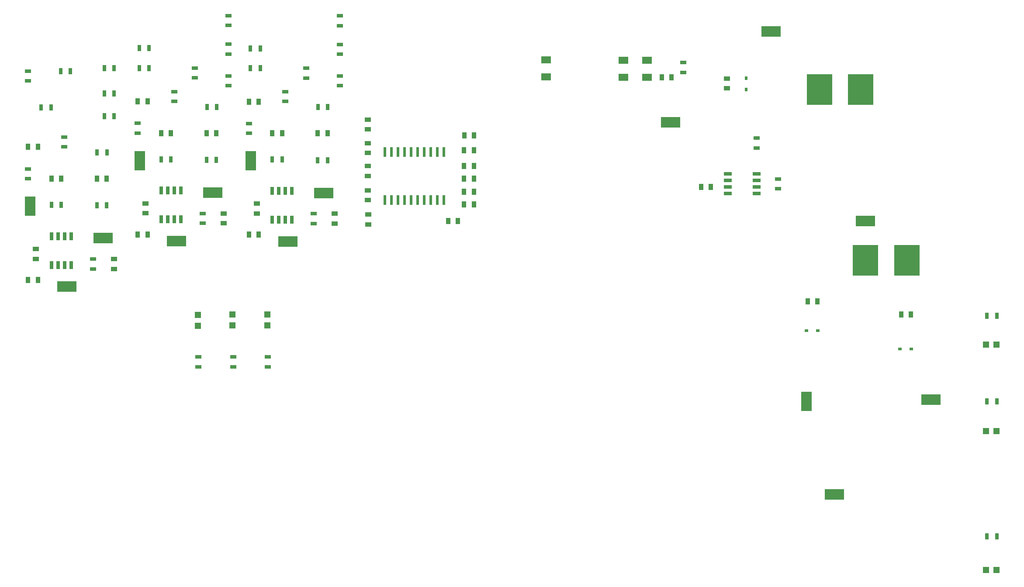
<source format=gtp>
G04*
G04 #@! TF.GenerationSoftware,Altium Limited,Altium Designer,19.0.12 (326)*
G04*
G04 Layer_Color=8421504*
%FSLAX24Y24*%
%MOIN*%
G70*
G01*
G75*
%ADD24R,0.0512X0.0276*%
%ADD25R,0.0300X0.0600*%
%ADD26R,0.0200X0.0750*%
%ADD27R,0.0600X0.0300*%
%ADD28R,0.1500X0.0800*%
%ADD29R,0.0800X0.1500*%
%ADD30R,0.0276X0.0512*%
%ADD31R,0.1969X0.2362*%
%ADD32R,0.0472X0.0472*%
%ADD33R,0.0750X0.0550*%
%ADD34R,0.0472X0.0472*%
%ADD35R,0.0315X0.0236*%
%ADD36R,0.0236X0.0315*%
%ADD37R,0.0354X0.0512*%
%ADD38R,0.0512X0.0354*%
D24*
X1161Y45532D02*
D03*
Y46280D02*
D03*
X51181Y46929D02*
D03*
Y46181D02*
D03*
X58425Y38051D02*
D03*
Y37303D02*
D03*
X20807Y44705D02*
D03*
Y43957D02*
D03*
X12329Y44722D02*
D03*
Y43974D02*
D03*
X3957Y41240D02*
D03*
Y40492D02*
D03*
X18031Y41535D02*
D03*
Y42283D02*
D03*
X9553Y41552D02*
D03*
Y42300D02*
D03*
X1181Y38071D02*
D03*
Y38819D02*
D03*
X22399Y45748D02*
D03*
Y46496D02*
D03*
X13921Y45765D02*
D03*
Y46513D02*
D03*
X22992Y34646D02*
D03*
Y35394D02*
D03*
X14514Y34663D02*
D03*
Y35411D02*
D03*
X6142Y31181D02*
D03*
Y31929D02*
D03*
X24961Y45157D02*
D03*
Y45906D02*
D03*
X16482Y45174D02*
D03*
Y45922D02*
D03*
X24961Y47559D02*
D03*
Y48307D02*
D03*
X16482Y47576D02*
D03*
Y48324D02*
D03*
X24961Y49744D02*
D03*
Y50492D02*
D03*
X16482Y49761D02*
D03*
Y50509D02*
D03*
X14173Y23720D02*
D03*
Y24469D02*
D03*
X16831Y23720D02*
D03*
Y24469D02*
D03*
X19488Y23720D02*
D03*
Y24469D02*
D03*
X56769Y41161D02*
D03*
Y40413D02*
D03*
D25*
X21321Y34943D02*
D03*
X20821D02*
D03*
X20321D02*
D03*
X19821D02*
D03*
Y37143D02*
D03*
X20321D02*
D03*
X20821D02*
D03*
X21321D02*
D03*
X12842Y34960D02*
D03*
X12342D02*
D03*
X11842D02*
D03*
X11342D02*
D03*
Y37160D02*
D03*
X11842D02*
D03*
X12342D02*
D03*
X12842D02*
D03*
X4470Y31479D02*
D03*
X3970D02*
D03*
X3470D02*
D03*
X2970D02*
D03*
Y33679D02*
D03*
X3470D02*
D03*
X3970D02*
D03*
X4470D02*
D03*
D26*
X32919Y36443D02*
D03*
X32419D02*
D03*
X31919D02*
D03*
X31419D02*
D03*
X30919D02*
D03*
X30419D02*
D03*
X29919D02*
D03*
X29419D02*
D03*
X28919D02*
D03*
X28419D02*
D03*
Y40093D02*
D03*
X28919D02*
D03*
X29419D02*
D03*
X29919D02*
D03*
X30419D02*
D03*
X30919D02*
D03*
X31419D02*
D03*
X31919D02*
D03*
X32419D02*
D03*
X32919D02*
D03*
D27*
X56769Y38427D02*
D03*
Y37927D02*
D03*
Y37427D02*
D03*
Y36927D02*
D03*
X54569D02*
D03*
Y37427D02*
D03*
Y37927D02*
D03*
Y38427D02*
D03*
D28*
X70079Y21220D02*
D03*
X50197Y42362D02*
D03*
X65079Y34843D02*
D03*
X62717Y13976D02*
D03*
X57878Y49291D02*
D03*
X21004Y33287D02*
D03*
X12526Y33304D02*
D03*
X4154Y29823D02*
D03*
X23760Y36988D02*
D03*
X15281Y37005D02*
D03*
X6909Y33524D02*
D03*
D29*
X60591Y21063D02*
D03*
X18189Y39429D02*
D03*
X9711Y39446D02*
D03*
X1339Y35965D02*
D03*
D30*
X74350Y27594D02*
D03*
X75098D02*
D03*
X74350Y10787D02*
D03*
X75098D02*
D03*
X75098Y21063D02*
D03*
X74350D02*
D03*
X19823Y39528D02*
D03*
X20571D02*
D03*
X11344Y39544D02*
D03*
X12092D02*
D03*
X2972Y36063D02*
D03*
X3720D02*
D03*
X2933Y43518D02*
D03*
X2185D02*
D03*
X18898Y46496D02*
D03*
X18150D02*
D03*
X10419Y46513D02*
D03*
X9671D02*
D03*
X18150Y48012D02*
D03*
X18898D02*
D03*
X9671Y48029D02*
D03*
X10419D02*
D03*
X3661Y46280D02*
D03*
X4409D02*
D03*
X24055Y43524D02*
D03*
X23307D02*
D03*
X15577Y43541D02*
D03*
X14829D02*
D03*
X7205Y40059D02*
D03*
X6457D02*
D03*
X23287Y39488D02*
D03*
X24035D02*
D03*
X14809Y39505D02*
D03*
X15557D02*
D03*
X6437Y36024D02*
D03*
X7185D02*
D03*
X7756Y42854D02*
D03*
X7008D02*
D03*
X7008Y44567D02*
D03*
X7756D02*
D03*
X7756Y46496D02*
D03*
X7008D02*
D03*
D31*
X65079Y31850D02*
D03*
X68228D02*
D03*
X64724Y44865D02*
D03*
X61575D02*
D03*
D32*
X74266Y25394D02*
D03*
X75093D02*
D03*
X74266Y8209D02*
D03*
X75093D02*
D03*
X74266Y18819D02*
D03*
X75093D02*
D03*
D33*
X40709Y47146D02*
D03*
Y45846D02*
D03*
X48426Y47108D02*
D03*
Y45808D02*
D03*
X46614Y47108D02*
D03*
Y45808D02*
D03*
D34*
X14134Y27657D02*
D03*
Y26831D02*
D03*
X16791Y27697D02*
D03*
Y26870D02*
D03*
X19449Y27697D02*
D03*
Y26870D02*
D03*
D35*
X68583Y25079D02*
D03*
X67717D02*
D03*
X60591Y26457D02*
D03*
X61457D02*
D03*
D36*
X55984Y44882D02*
D03*
Y45748D02*
D03*
D37*
X49528Y45808D02*
D03*
X50276D02*
D03*
X18780Y43954D02*
D03*
X18031D02*
D03*
X10301Y43971D02*
D03*
X9553D02*
D03*
X1929Y40490D02*
D03*
X1181D02*
D03*
X20571Y41535D02*
D03*
X19823D02*
D03*
X12092Y41552D02*
D03*
X11344D02*
D03*
X3720Y38071D02*
D03*
X2972D02*
D03*
X18031Y33799D02*
D03*
X18780D02*
D03*
X9553Y33816D02*
D03*
X10301D02*
D03*
X1181Y30335D02*
D03*
X1929D02*
D03*
X23287Y41535D02*
D03*
X24035D02*
D03*
X14809Y41552D02*
D03*
X15557D02*
D03*
X6437Y38071D02*
D03*
X7185D02*
D03*
X35197Y36102D02*
D03*
X34449D02*
D03*
X35197Y37087D02*
D03*
X34449D02*
D03*
X35197Y38071D02*
D03*
X34449D02*
D03*
X35197Y39055D02*
D03*
X34449D02*
D03*
X35197Y40236D02*
D03*
X34449D02*
D03*
X35217Y41378D02*
D03*
X34469D02*
D03*
X33976Y34843D02*
D03*
X33228D02*
D03*
X52539Y37427D02*
D03*
X53287D02*
D03*
X68543Y27717D02*
D03*
X67795D02*
D03*
X60669Y28720D02*
D03*
X61417D02*
D03*
D38*
X18630Y36161D02*
D03*
Y35413D02*
D03*
X10151Y36178D02*
D03*
Y35430D02*
D03*
X1779Y32697D02*
D03*
Y31949D02*
D03*
X24587Y35394D02*
D03*
Y34646D02*
D03*
X16108Y35411D02*
D03*
Y34663D02*
D03*
X7736Y31929D02*
D03*
Y31181D02*
D03*
X27137Y34587D02*
D03*
Y35335D02*
D03*
X27126Y37185D02*
D03*
Y36437D02*
D03*
Y41831D02*
D03*
Y42579D02*
D03*
Y40787D02*
D03*
Y40039D02*
D03*
Y38287D02*
D03*
Y39035D02*
D03*
X54508Y44961D02*
D03*
Y45709D02*
D03*
M02*

</source>
